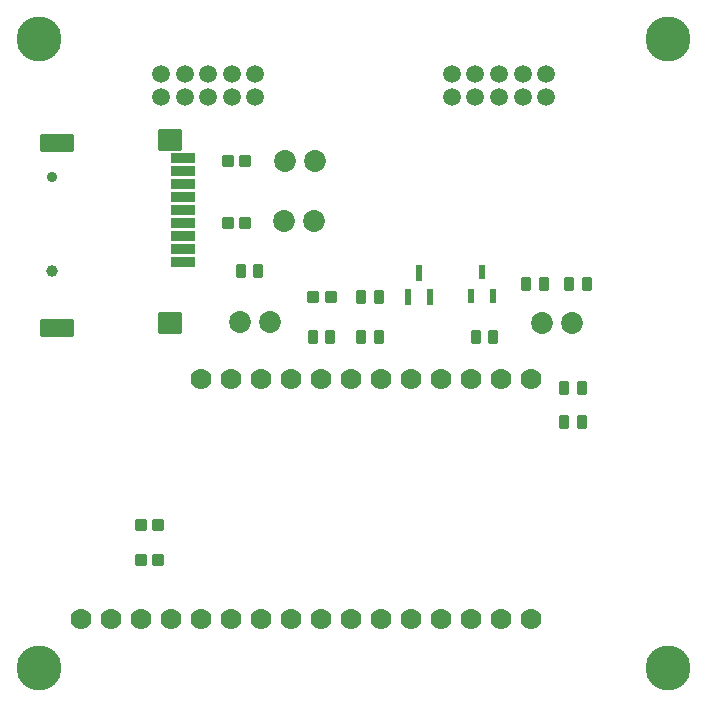
<source format=gbr>
%TF.GenerationSoftware,KiCad,Pcbnew,8.0.1-rc2*%
%TF.CreationDate,2025-04-21T15:53:20+02:00*%
%TF.ProjectId,feather_mainboard,66656174-6865-4725-9f6d-61696e626f61,1*%
%TF.SameCoordinates,Original*%
%TF.FileFunction,Soldermask,Top*%
%TF.FilePolarity,Negative*%
%FSLAX46Y46*%
G04 Gerber Fmt 4.6, Leading zero omitted, Abs format (unit mm)*
G04 Created by KiCad (PCBNEW 8.0.1-rc2) date 2025-04-21 15:53:20*
%MOMM*%
%LPD*%
G01*
G04 APERTURE LIST*
G04 Aperture macros list*
%AMRoundRect*
0 Rectangle with rounded corners*
0 $1 Rounding radius*
0 $2 $3 $4 $5 $6 $7 $8 $9 X,Y pos of 4 corners*
0 Add a 4 corners polygon primitive as box body*
4,1,4,$2,$3,$4,$5,$6,$7,$8,$9,$2,$3,0*
0 Add four circle primitives for the rounded corners*
1,1,$1+$1,$2,$3*
1,1,$1+$1,$4,$5*
1,1,$1+$1,$6,$7*
1,1,$1+$1,$8,$9*
0 Add four rect primitives between the rounded corners*
20,1,$1+$1,$2,$3,$4,$5,0*
20,1,$1+$1,$4,$5,$6,$7,0*
20,1,$1+$1,$6,$7,$8,$9,0*
20,1,$1+$1,$8,$9,$2,$3,0*%
G04 Aperture macros list end*
%ADD10RoundRect,0.102000X-0.300000X-0.450000X0.300000X-0.450000X0.300000X0.450000X-0.300000X0.450000X0*%
%ADD11RoundRect,0.102000X-0.400000X-0.400000X0.400000X-0.400000X0.400000X0.400000X-0.400000X0.400000X0*%
%ADD12C,1.778000*%
%ADD13C,3.800000*%
%ADD14C,1.854000*%
%ADD15C,1.512000*%
%ADD16RoundRect,0.102000X0.400000X0.400000X-0.400000X0.400000X-0.400000X-0.400000X0.400000X-0.400000X0*%
%ADD17C,0.900000*%
%ADD18C,1.000000*%
%ADD19RoundRect,0.102000X-0.950000X0.350000X-0.950000X-0.350000X0.950000X-0.350000X0.950000X0.350000X0*%
%ADD20RoundRect,0.102000X-0.900000X0.850000X-0.900000X-0.850000X0.900000X-0.850000X0.900000X0.850000X0*%
%ADD21RoundRect,0.102000X-1.300000X0.700000X-1.300000X-0.700000X1.300000X-0.700000X1.300000X0.700000X0*%
%ADD22R,0.568000X1.309599*%
%ADD23RoundRect,0.102000X0.300000X0.450000X-0.300000X0.450000X-0.300000X-0.450000X0.300000X-0.450000X0*%
%ADD24R,0.558800X1.320800*%
G04 APERTURE END LIST*
D10*
%TO.C,R1_5*%
X148350000Y-101996100D03*
X149850000Y-101996100D03*
%TD*%
D11*
%TO.C,C1_2*%
X119975000Y-120900000D03*
X121475000Y-120900000D03*
%TD*%
D10*
%TO.C,R1_1*%
X128450000Y-96400000D03*
X129950000Y-96400000D03*
%TD*%
D12*
%TO.C,U1*%
X114900000Y-125900000D03*
X117440000Y-125900000D03*
X119980000Y-125900000D03*
X122520000Y-125900000D03*
X125060000Y-125900000D03*
X127600000Y-125900000D03*
X130140000Y-125900000D03*
X132680000Y-125900000D03*
X135220000Y-125900000D03*
X137760000Y-125900000D03*
X140300000Y-125900000D03*
X142840000Y-125900000D03*
X145380000Y-125900000D03*
X147920000Y-125900000D03*
X150460000Y-125900000D03*
X153000000Y-125900000D03*
X125060000Y-105580000D03*
X127600000Y-105580000D03*
X130140000Y-105580000D03*
X132680000Y-105580000D03*
X135220000Y-105580000D03*
X137760000Y-105580000D03*
X140300000Y-105580000D03*
X142840000Y-105580000D03*
X145380000Y-105580000D03*
X147920000Y-105580000D03*
X150460000Y-105580000D03*
X153000000Y-105580000D03*
%TD*%
D13*
%TO.C,H2*%
X111400000Y-76800000D03*
%TD*%
D10*
%TO.C,R4_2*%
X155850000Y-109200000D03*
X157350000Y-109200000D03*
%TD*%
D13*
%TO.C,H3*%
X111400000Y-130000000D03*
%TD*%
D10*
%TO.C,R1_3*%
X156250000Y-97525000D03*
X157750000Y-97525000D03*
%TD*%
D14*
%TO.C,J4*%
X132080000Y-92200000D03*
X134620000Y-92200000D03*
%TD*%
D15*
%TO.C,J3*%
X146325000Y-81700000D03*
X146325000Y-79700000D03*
X148325000Y-81700000D03*
X148325000Y-79700000D03*
X150325000Y-81700000D03*
X150325000Y-79700000D03*
X152325000Y-81700000D03*
X152325000Y-79700000D03*
X154325000Y-81700000D03*
X154325000Y-79700000D03*
%TD*%
D14*
%TO.C,J1*%
X128430000Y-100710000D03*
X130970000Y-100710000D03*
%TD*%
D11*
%TO.C,C1_1*%
X119975000Y-117900000D03*
X121475000Y-117900000D03*
%TD*%
D16*
%TO.C,C1_4*%
X128850000Y-87100000D03*
X127350000Y-87100000D03*
%TD*%
D14*
%TO.C,J2*%
X153930000Y-100800000D03*
X156470000Y-100800000D03*
%TD*%
D17*
%TO.C,J6*%
X112485000Y-88450000D03*
D18*
X112485000Y-96450000D03*
D19*
X123535000Y-95650000D03*
X123535000Y-94550000D03*
X123535000Y-93450000D03*
X123535000Y-92350000D03*
X123535000Y-91250000D03*
X123535000Y-90150000D03*
X123535000Y-89050000D03*
X123535000Y-87950000D03*
X123535000Y-86850000D03*
D20*
X122485000Y-85300000D03*
X122485000Y-100800000D03*
D21*
X112885000Y-85550000D03*
X112885000Y-101250000D03*
%TD*%
D22*
%TO.C,U3*%
X147919999Y-98523900D03*
X149820001Y-98523900D03*
X148870000Y-96491900D03*
%TD*%
D14*
%TO.C,J5*%
X132180000Y-87100000D03*
X134720000Y-87100000D03*
%TD*%
D16*
%TO.C,C1_3*%
X136100000Y-98600000D03*
X134600000Y-98600000D03*
%TD*%
D10*
%TO.C,R2_1*%
X138650000Y-98600000D03*
X140150000Y-98600000D03*
%TD*%
%TO.C,R1_2*%
X152650000Y-97525000D03*
X154150000Y-97525000D03*
%TD*%
D23*
%TO.C,R3_1*%
X136050000Y-102000000D03*
X134550000Y-102000000D03*
%TD*%
D15*
%TO.C,J7*%
X121700000Y-81700000D03*
X121700000Y-79700000D03*
X123700000Y-81700000D03*
X123700000Y-79700000D03*
X125700000Y-81700000D03*
X125700000Y-79700000D03*
X127700000Y-81700000D03*
X127700000Y-79700000D03*
X129700000Y-81700000D03*
X129700000Y-79700000D03*
%TD*%
D16*
%TO.C,C2_1*%
X128850000Y-92350000D03*
X127350000Y-92350000D03*
%TD*%
D10*
%TO.C,R4_1*%
X155850000Y-106350000D03*
X157350000Y-106350000D03*
%TD*%
D23*
%TO.C,R1_4*%
X140150000Y-102000000D03*
X138650000Y-102000000D03*
%TD*%
D24*
%TO.C,U2*%
X142619999Y-98600000D03*
X144520001Y-98600000D03*
X143570000Y-96568000D03*
%TD*%
D13*
%TO.C,H1*%
X164600000Y-76800000D03*
%TD*%
%TO.C,H4*%
X164600000Y-130000000D03*
%TD*%
M02*

</source>
